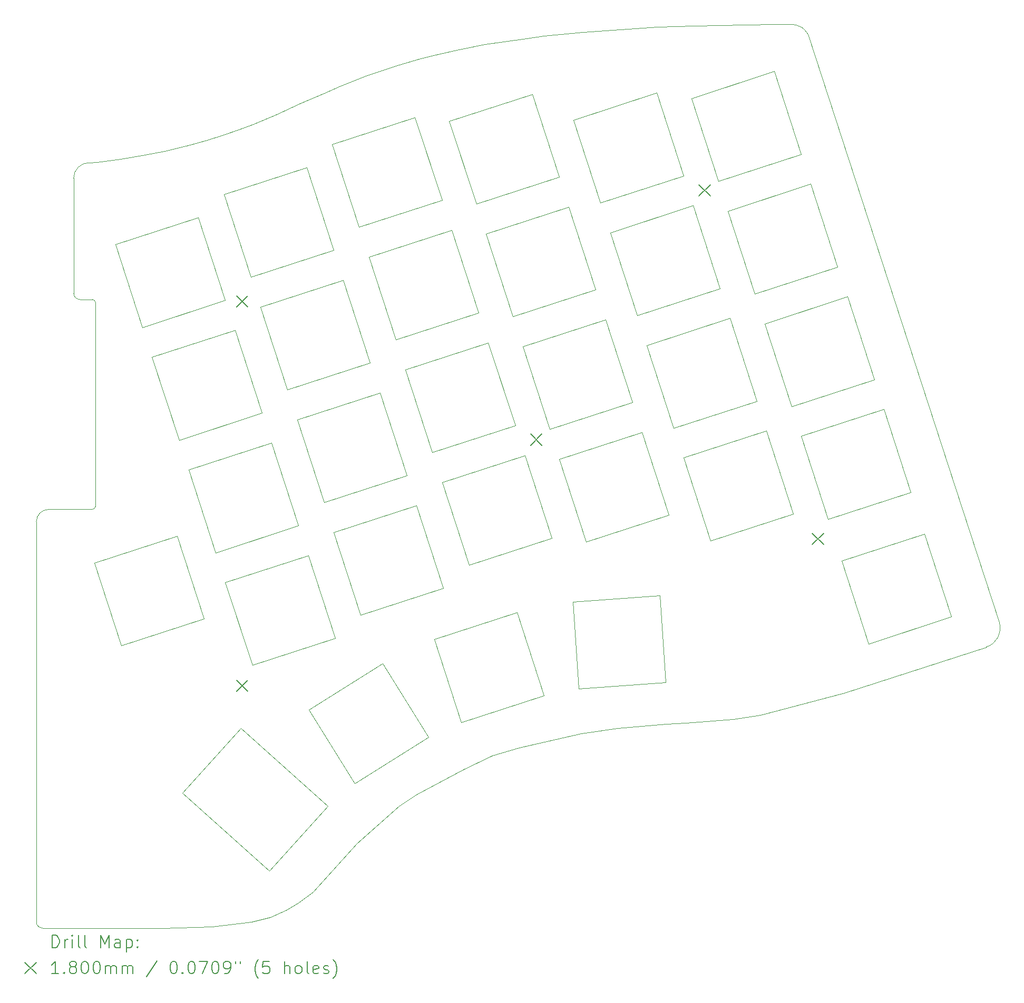
<source format=gbr>
%FSLAX45Y45*%
G04 Gerber Fmt 4.5, Leading zero omitted, Abs format (unit mm)*
G04 Created by KiCad (PCBNEW (6.0.2-0)) date 2022-03-11 16:48:06*
%MOMM*%
%LPD*%
G01*
G04 APERTURE LIST*
%TA.AperFunction,Profile*%
%ADD10C,0.050000*%
%TD*%
%TA.AperFunction,Profile*%
%ADD11C,0.099999*%
%TD*%
%TA.AperFunction,Profile*%
%ADD12C,0.100000*%
%TD*%
%ADD13C,0.200000*%
%ADD14C,0.180000*%
G04 APERTURE END LIST*
D10*
X15109809Y-16313346D02*
G75*
G03*
X15209809Y-16413346I100000J0D01*
G01*
X16009809Y-9680941D02*
X15309809Y-9680941D01*
X16009809Y-9680941D02*
G75*
G03*
X16059809Y-9630941I0J50000D01*
G01*
X16059809Y-6355941D02*
X16059809Y-9630941D01*
X16059809Y-6355941D02*
G75*
G03*
X16009809Y-6305941I-50000J0D01*
G01*
X15809809Y-6305941D02*
X16009809Y-6305941D01*
X15709809Y-6205941D02*
X15709809Y-4355941D01*
X15709809Y-6205941D02*
G75*
G03*
X15809809Y-6305941I100000J0D01*
G01*
X15109809Y-9880941D02*
X15109809Y-16313346D01*
X15309809Y-9680941D02*
G75*
G03*
X15109809Y-9880941I0J-200000D01*
G01*
X15959809Y-4105941D02*
G75*
G03*
X15709809Y-4355941I0J-250000D01*
G01*
X17458326Y-14240368D02*
X18395109Y-13199965D01*
X18852652Y-15495824D02*
X17458326Y-14240368D01*
X19789434Y-14455421D02*
X18852652Y-15495824D01*
X18395109Y-13199965D02*
X19789434Y-14455421D01*
X20226037Y-14086627D02*
X19484150Y-12899360D01*
X21413304Y-13344740D02*
X20226037Y-14086627D01*
X20671417Y-12157473D02*
X21413304Y-13344740D01*
X19484150Y-12899360D02*
X20671417Y-12157473D01*
X23823860Y-12561503D02*
X23726201Y-11164913D01*
X25220450Y-12463844D02*
X23823860Y-12561503D01*
X25122791Y-11067254D02*
X25220450Y-12463844D01*
X23726201Y-11164913D02*
X25122791Y-11067254D01*
X29812651Y-11408512D02*
X29380028Y-10077032D01*
X28048548Y-10509656D02*
X28481172Y-11841135D01*
X28481172Y-11841135D02*
X29812651Y-11408512D01*
X29380028Y-10077032D02*
X28048548Y-10509656D01*
X23262983Y-12671253D02*
X22830359Y-11339774D01*
X21498880Y-11772398D02*
X21931504Y-13103877D01*
X21931504Y-13103877D02*
X23262983Y-12671253D01*
X22830359Y-11339774D02*
X21498880Y-11772398D01*
X17803877Y-11437800D02*
X17371253Y-10106321D01*
X16039774Y-10538945D02*
X16472398Y-11870424D01*
X16472398Y-11870424D02*
X17803877Y-11437800D01*
X17371253Y-10106321D02*
X16039774Y-10538945D01*
X21471913Y-8763737D02*
X22803392Y-8331113D01*
X19909978Y-11755004D02*
X19477355Y-10423525D01*
X18145876Y-10856149D02*
X18578499Y-12187628D01*
X27829480Y-9836190D02*
X29160959Y-9403566D01*
X28728335Y-8072087D02*
X27396856Y-8504711D01*
X18578499Y-12187628D02*
X19909978Y-11755004D01*
X27396856Y-8504711D02*
X27829480Y-9836190D01*
X29160959Y-9403566D02*
X28728335Y-8072087D01*
X19477355Y-10423525D02*
X18145876Y-10856149D01*
X25274473Y-9771610D02*
X24841849Y-8440131D01*
X23510370Y-8872755D02*
X23942994Y-10204234D01*
X23942994Y-10204234D02*
X25274473Y-9771610D01*
X24841849Y-8440131D02*
X23510370Y-8872755D01*
X25939227Y-10183299D02*
X27270706Y-9750676D01*
X27270706Y-9750676D02*
X26838083Y-8419196D01*
X25506603Y-8851820D02*
X25939227Y-10183299D01*
X26838083Y-8419196D02*
X25506603Y-8851820D01*
X23392069Y-10142876D02*
X22959445Y-8811397D01*
X21627966Y-9244021D02*
X22060590Y-10575500D01*
X20319468Y-11381589D02*
X21650947Y-10948965D01*
X22060590Y-10575500D02*
X23392069Y-10142876D01*
X22959445Y-8811397D02*
X21627966Y-9244021D01*
X21650947Y-10948965D02*
X21218324Y-9617486D01*
X19886845Y-10050110D02*
X20319468Y-11381589D01*
X21218324Y-9617486D02*
X19886845Y-10050110D01*
X19321301Y-9943242D02*
X18888678Y-8611763D01*
X17557198Y-9044387D02*
X17989822Y-10375866D01*
X27240803Y-8024428D02*
X28572282Y-7591804D01*
X28139658Y-6260324D02*
X26808179Y-6692948D01*
X17989822Y-10375866D02*
X19321301Y-9943242D01*
X26808179Y-6692948D02*
X27240803Y-8024428D01*
X28572282Y-7591804D02*
X28139658Y-6260324D01*
X18888678Y-8611763D02*
X17557198Y-9044387D01*
X24685795Y-7959847D02*
X24253172Y-6628368D01*
X22921693Y-7060992D02*
X23354316Y-8392471D01*
X23354316Y-8392471D02*
X24685795Y-7959847D01*
X24253172Y-6628368D02*
X22921693Y-7060992D01*
X25350550Y-8371537D02*
X26682029Y-7938913D01*
X26682029Y-7938913D02*
X26249405Y-6607434D01*
X24917926Y-7040058D02*
X25350550Y-8371537D01*
X26249405Y-6607434D02*
X24917926Y-7040058D01*
X22803392Y-8331113D02*
X22370768Y-6999634D01*
X21039289Y-7432258D02*
X21471913Y-8763737D01*
X19730791Y-9569826D02*
X21062270Y-9137202D01*
X22370768Y-6999634D02*
X21039289Y-7432258D01*
X21062270Y-9137202D02*
X20629647Y-7805723D01*
X19298167Y-8238347D02*
X19730791Y-9569826D01*
X20629647Y-7805723D02*
X19298167Y-8238347D01*
X18732624Y-8131479D02*
X18300000Y-6799999D01*
X16968521Y-7232623D02*
X17401145Y-8564103D01*
X26652125Y-6212665D02*
X27983604Y-5780041D01*
X27550981Y-4448561D02*
X26219502Y-4881185D01*
X17401145Y-8564103D02*
X18732624Y-8131479D01*
X26219502Y-4881185D02*
X26652125Y-6212665D01*
X27983604Y-5780041D02*
X27550981Y-4448561D01*
X18300000Y-6799999D02*
X16968521Y-7232623D01*
X24097118Y-6148084D02*
X23664494Y-4816605D01*
X22333015Y-5249229D02*
X22765639Y-6580708D01*
X22765639Y-6580708D02*
X24097118Y-6148084D01*
X23664494Y-4816605D02*
X22333015Y-5249229D01*
X24761872Y-6559774D02*
X26093352Y-6127150D01*
X26093352Y-6127150D02*
X25660728Y-4795671D01*
X24329249Y-5228295D02*
X24761872Y-6559774D01*
X25660728Y-4795671D02*
X24329249Y-5228295D01*
X22214714Y-6519350D02*
X21782091Y-5187871D01*
X20450611Y-5620495D02*
X20883235Y-6951974D01*
X19142114Y-7758063D02*
X20473593Y-7325439D01*
X20883235Y-6951974D02*
X22214714Y-6519350D01*
X21782091Y-5187871D02*
X20450611Y-5620495D01*
X20473593Y-7325439D02*
X20040969Y-5993960D01*
X18709490Y-6426584D02*
X19142114Y-7758063D01*
X20040969Y-5993960D02*
X18709490Y-6426584D01*
X27394927Y-3968278D02*
X26962303Y-2636799D01*
X25630824Y-3069423D02*
X26063448Y-4400902D01*
X26063448Y-4400902D02*
X27394927Y-3968278D01*
X26962303Y-2636799D02*
X25630824Y-3069423D01*
X25504674Y-4315388D02*
X25072051Y-2983908D01*
X23740571Y-3416532D02*
X24173195Y-4748012D01*
X24173195Y-4748012D02*
X25504674Y-4315388D01*
X25072051Y-2983908D02*
X23740571Y-3416532D01*
X23508441Y-4336322D02*
X23075817Y-3004843D01*
X21744338Y-3437467D02*
X22176962Y-4768946D01*
X22176962Y-4768946D02*
X23508441Y-4336322D01*
X23075817Y-3004843D02*
X21744338Y-3437467D01*
X21626037Y-4707588D02*
X21193413Y-3376109D01*
X19861934Y-3808733D02*
X20294558Y-5140212D01*
X20294558Y-5140212D02*
X21626037Y-4707588D01*
X21193413Y-3376109D02*
X19861934Y-3808733D01*
X19884915Y-5513677D02*
X19452292Y-4182198D01*
X18120813Y-4614822D02*
X18553436Y-5946301D01*
X18553436Y-5946301D02*
X19884915Y-5513677D01*
X19452292Y-4182198D02*
X18120813Y-4614822D01*
X18143946Y-6319716D02*
X17711323Y-4988237D01*
X16812467Y-6752340D02*
X18143946Y-6319716D01*
X16379843Y-5420861D02*
X16812467Y-6752340D01*
X17711323Y-4988237D02*
X16379843Y-5420861D01*
D11*
X22318700Y-2205274D02*
X22621899Y-2156030D01*
X21284980Y-2433806D02*
X21561866Y-2360110D01*
X25091619Y-1925676D02*
X25675424Y-1904268D01*
X20192457Y-2791580D02*
X20405419Y-2707520D01*
X21902210Y-2284088D02*
X22318700Y-2205274D01*
X21561866Y-2360110D02*
X21902210Y-2284088D01*
X22621899Y-2156030D02*
X22988558Y-2104460D01*
X16084694Y-4098682D02*
X16464044Y-4046646D01*
D12*
X20258908Y-15051848D02*
X19552515Y-15830362D01*
D11*
X19130877Y-16117383D02*
X19328851Y-16000349D01*
X20405419Y-2707520D02*
X20907494Y-2536607D01*
D12*
X29900232Y-12047113D02*
X30372964Y-11893513D01*
D11*
X27313875Y-1889626D02*
X27354515Y-1904867D01*
X16855617Y-3981453D02*
X17171043Y-3919053D01*
D12*
X29871785Y-9314477D02*
X30580112Y-11494482D01*
D11*
X18591218Y-3485722D02*
X18954151Y-3332620D01*
X27481517Y-2006466D02*
X27501832Y-2036946D01*
X26983579Y-1881718D02*
X27252916Y-1879466D01*
X20258908Y-15051848D02*
X20563710Y-14780070D01*
D12*
X17115775Y-16413346D02*
X16226775Y-16413346D01*
D11*
X21973408Y-13858050D02*
X21219029Y-14266990D01*
X18561915Y-16312962D02*
X18866717Y-16236763D01*
X17171043Y-3919053D02*
X17548995Y-3828943D01*
X20934550Y-14449869D02*
X21219029Y-14266990D01*
D12*
X28088469Y-12635791D02*
X29900232Y-12047113D01*
X25542128Y-13111681D02*
X26300128Y-13055681D01*
D11*
X18089609Y-3669326D02*
X18365562Y-3570247D01*
D12*
X30372964Y-11893513D02*
G75*
G03*
X30580112Y-11494482I-92245J301170D01*
G01*
X17928575Y-16387946D02*
X17115775Y-16413346D01*
D11*
X27395155Y-1925186D02*
X27430717Y-1950586D01*
X20563710Y-14780070D02*
X20934550Y-14449869D01*
X22988558Y-2104460D02*
X23266840Y-2068838D01*
D12*
X16226775Y-16413346D02*
X15209809Y-16413346D01*
D11*
X27252916Y-1879466D02*
X27313875Y-1889626D01*
X23865709Y-13286550D02*
X22862471Y-13515415D01*
X19729387Y-2986480D02*
X19979494Y-2875641D01*
X23887325Y-2007960D02*
X24495586Y-1960239D01*
D12*
X26300128Y-13055681D02*
X26742269Y-12991390D01*
D11*
X19354228Y-3152739D02*
X19729387Y-2986480D01*
X17850798Y-3741625D02*
X18089609Y-3669326D01*
X24495586Y-1960239D02*
X25091619Y-1925676D01*
D12*
X27517076Y-2067426D02*
X29871785Y-9314477D01*
D11*
X16464044Y-4046646D02*
X16855617Y-3981453D01*
X17548995Y-3828943D02*
X17850798Y-3741625D01*
X27354515Y-1904867D02*
X27395155Y-1925186D01*
X18866717Y-16236763D02*
X19130877Y-16117383D01*
X15959809Y-4105941D02*
X16084694Y-4098682D01*
X20907494Y-2536607D02*
X21284980Y-2433806D01*
D12*
X26742269Y-12991390D02*
X28088469Y-12635791D01*
D11*
X18365562Y-3570247D02*
X18591218Y-3485722D01*
X27456114Y-1975987D02*
X27481517Y-2006466D01*
X19328851Y-16000349D02*
X19552515Y-15830362D01*
X23266840Y-2068838D02*
X23887325Y-2007960D01*
X18954151Y-3332620D02*
X19354228Y-3152739D01*
X25224611Y-13134150D02*
X24449928Y-13197881D01*
X24449928Y-13197881D02*
X23865709Y-13286550D01*
X26488143Y-1887176D02*
X26983579Y-1881718D01*
X25224611Y-13134150D02*
X25542128Y-13111681D01*
X21973408Y-13858050D02*
X22430610Y-13642150D01*
X27501832Y-2036946D02*
X27517076Y-2067426D01*
X19979494Y-2875641D02*
X20192457Y-2791580D01*
D12*
X18561915Y-16312962D02*
X17928575Y-16387946D01*
D11*
X22430610Y-13642150D02*
X22862471Y-13515415D01*
X25675424Y-1904268D02*
X26488143Y-1887176D01*
X27430717Y-1950586D02*
X27456114Y-1975987D01*
D13*
D14*
X18325850Y-6249959D02*
X18505850Y-6429959D01*
X18505850Y-6249959D02*
X18325850Y-6429959D01*
X18329176Y-12424905D02*
X18509176Y-12604905D01*
X18509176Y-12424905D02*
X18329176Y-12604905D01*
X23053145Y-8469660D02*
X23233145Y-8649660D01*
X23233145Y-8469660D02*
X23053145Y-8649660D01*
X25757371Y-4462993D02*
X25937371Y-4642993D01*
X25937371Y-4462993D02*
X25757371Y-4642993D01*
X27577365Y-10064359D02*
X27757365Y-10244359D01*
X27757365Y-10064359D02*
X27577365Y-10244359D01*
D13*
X15364928Y-16728822D02*
X15364928Y-16528822D01*
X15412547Y-16528822D01*
X15441118Y-16538346D01*
X15460166Y-16557394D01*
X15469689Y-16576441D01*
X15479213Y-16614537D01*
X15479213Y-16643108D01*
X15469689Y-16681203D01*
X15460166Y-16700251D01*
X15441118Y-16719298D01*
X15412547Y-16728822D01*
X15364928Y-16728822D01*
X15564928Y-16728822D02*
X15564928Y-16595489D01*
X15564928Y-16633584D02*
X15574451Y-16614537D01*
X15583975Y-16605013D01*
X15603023Y-16595489D01*
X15622070Y-16595489D01*
X15688737Y-16728822D02*
X15688737Y-16595489D01*
X15688737Y-16528822D02*
X15679213Y-16538346D01*
X15688737Y-16547870D01*
X15698261Y-16538346D01*
X15688737Y-16528822D01*
X15688737Y-16547870D01*
X15812547Y-16728822D02*
X15793499Y-16719298D01*
X15783975Y-16700251D01*
X15783975Y-16528822D01*
X15917309Y-16728822D02*
X15898261Y-16719298D01*
X15888737Y-16700251D01*
X15888737Y-16528822D01*
X16145880Y-16728822D02*
X16145880Y-16528822D01*
X16212547Y-16671679D01*
X16279213Y-16528822D01*
X16279213Y-16728822D01*
X16460166Y-16728822D02*
X16460166Y-16624060D01*
X16450642Y-16605013D01*
X16431594Y-16595489D01*
X16393499Y-16595489D01*
X16374451Y-16605013D01*
X16460166Y-16719298D02*
X16441118Y-16728822D01*
X16393499Y-16728822D01*
X16374451Y-16719298D01*
X16364928Y-16700251D01*
X16364928Y-16681203D01*
X16374451Y-16662156D01*
X16393499Y-16652632D01*
X16441118Y-16652632D01*
X16460166Y-16643108D01*
X16555404Y-16595489D02*
X16555404Y-16795489D01*
X16555404Y-16605013D02*
X16574451Y-16595489D01*
X16612547Y-16595489D01*
X16631594Y-16605013D01*
X16641118Y-16614537D01*
X16650642Y-16633584D01*
X16650642Y-16690727D01*
X16641118Y-16709775D01*
X16631594Y-16719298D01*
X16612547Y-16728822D01*
X16574451Y-16728822D01*
X16555404Y-16719298D01*
X16736356Y-16709775D02*
X16745880Y-16719298D01*
X16736356Y-16728822D01*
X16726832Y-16719298D01*
X16736356Y-16709775D01*
X16736356Y-16728822D01*
X16736356Y-16605013D02*
X16745880Y-16614537D01*
X16736356Y-16624060D01*
X16726832Y-16614537D01*
X16736356Y-16605013D01*
X16736356Y-16624060D01*
D14*
X14927309Y-16968346D02*
X15107309Y-17148346D01*
X15107309Y-16968346D02*
X14927309Y-17148346D01*
D13*
X15469689Y-17148822D02*
X15355404Y-17148822D01*
X15412547Y-17148822D02*
X15412547Y-16948822D01*
X15393499Y-16977394D01*
X15374451Y-16996441D01*
X15355404Y-17005965D01*
X15555404Y-17129775D02*
X15564928Y-17139299D01*
X15555404Y-17148822D01*
X15545880Y-17139299D01*
X15555404Y-17129775D01*
X15555404Y-17148822D01*
X15679213Y-17034537D02*
X15660166Y-17025013D01*
X15650642Y-17015489D01*
X15641118Y-16996441D01*
X15641118Y-16986918D01*
X15650642Y-16967870D01*
X15660166Y-16958346D01*
X15679213Y-16948822D01*
X15717309Y-16948822D01*
X15736356Y-16958346D01*
X15745880Y-16967870D01*
X15755404Y-16986918D01*
X15755404Y-16996441D01*
X15745880Y-17015489D01*
X15736356Y-17025013D01*
X15717309Y-17034537D01*
X15679213Y-17034537D01*
X15660166Y-17044060D01*
X15650642Y-17053584D01*
X15641118Y-17072632D01*
X15641118Y-17110727D01*
X15650642Y-17129775D01*
X15660166Y-17139299D01*
X15679213Y-17148822D01*
X15717309Y-17148822D01*
X15736356Y-17139299D01*
X15745880Y-17129775D01*
X15755404Y-17110727D01*
X15755404Y-17072632D01*
X15745880Y-17053584D01*
X15736356Y-17044060D01*
X15717309Y-17034537D01*
X15879213Y-16948822D02*
X15898261Y-16948822D01*
X15917309Y-16958346D01*
X15926832Y-16967870D01*
X15936356Y-16986918D01*
X15945880Y-17025013D01*
X15945880Y-17072632D01*
X15936356Y-17110727D01*
X15926832Y-17129775D01*
X15917309Y-17139299D01*
X15898261Y-17148822D01*
X15879213Y-17148822D01*
X15860166Y-17139299D01*
X15850642Y-17129775D01*
X15841118Y-17110727D01*
X15831594Y-17072632D01*
X15831594Y-17025013D01*
X15841118Y-16986918D01*
X15850642Y-16967870D01*
X15860166Y-16958346D01*
X15879213Y-16948822D01*
X16069689Y-16948822D02*
X16088737Y-16948822D01*
X16107785Y-16958346D01*
X16117309Y-16967870D01*
X16126832Y-16986918D01*
X16136356Y-17025013D01*
X16136356Y-17072632D01*
X16126832Y-17110727D01*
X16117309Y-17129775D01*
X16107785Y-17139299D01*
X16088737Y-17148822D01*
X16069689Y-17148822D01*
X16050642Y-17139299D01*
X16041118Y-17129775D01*
X16031594Y-17110727D01*
X16022070Y-17072632D01*
X16022070Y-17025013D01*
X16031594Y-16986918D01*
X16041118Y-16967870D01*
X16050642Y-16958346D01*
X16069689Y-16948822D01*
X16222070Y-17148822D02*
X16222070Y-17015489D01*
X16222070Y-17034537D02*
X16231594Y-17025013D01*
X16250642Y-17015489D01*
X16279213Y-17015489D01*
X16298261Y-17025013D01*
X16307785Y-17044060D01*
X16307785Y-17148822D01*
X16307785Y-17044060D02*
X16317309Y-17025013D01*
X16336356Y-17015489D01*
X16364928Y-17015489D01*
X16383975Y-17025013D01*
X16393499Y-17044060D01*
X16393499Y-17148822D01*
X16488737Y-17148822D02*
X16488737Y-17015489D01*
X16488737Y-17034537D02*
X16498261Y-17025013D01*
X16517309Y-17015489D01*
X16545880Y-17015489D01*
X16564928Y-17025013D01*
X16574451Y-17044060D01*
X16574451Y-17148822D01*
X16574451Y-17044060D02*
X16583975Y-17025013D01*
X16603023Y-17015489D01*
X16631594Y-17015489D01*
X16650642Y-17025013D01*
X16660166Y-17044060D01*
X16660166Y-17148822D01*
X17050642Y-16939299D02*
X16879213Y-17196441D01*
X17307785Y-16948822D02*
X17326832Y-16948822D01*
X17345880Y-16958346D01*
X17355404Y-16967870D01*
X17364928Y-16986918D01*
X17374451Y-17025013D01*
X17374451Y-17072632D01*
X17364928Y-17110727D01*
X17355404Y-17129775D01*
X17345880Y-17139299D01*
X17326832Y-17148822D01*
X17307785Y-17148822D01*
X17288737Y-17139299D01*
X17279213Y-17129775D01*
X17269690Y-17110727D01*
X17260166Y-17072632D01*
X17260166Y-17025013D01*
X17269690Y-16986918D01*
X17279213Y-16967870D01*
X17288737Y-16958346D01*
X17307785Y-16948822D01*
X17460166Y-17129775D02*
X17469690Y-17139299D01*
X17460166Y-17148822D01*
X17450642Y-17139299D01*
X17460166Y-17129775D01*
X17460166Y-17148822D01*
X17593499Y-16948822D02*
X17612547Y-16948822D01*
X17631594Y-16958346D01*
X17641118Y-16967870D01*
X17650642Y-16986918D01*
X17660166Y-17025013D01*
X17660166Y-17072632D01*
X17650642Y-17110727D01*
X17641118Y-17129775D01*
X17631594Y-17139299D01*
X17612547Y-17148822D01*
X17593499Y-17148822D01*
X17574451Y-17139299D01*
X17564928Y-17129775D01*
X17555404Y-17110727D01*
X17545880Y-17072632D01*
X17545880Y-17025013D01*
X17555404Y-16986918D01*
X17564928Y-16967870D01*
X17574451Y-16958346D01*
X17593499Y-16948822D01*
X17726832Y-16948822D02*
X17860166Y-16948822D01*
X17774451Y-17148822D01*
X17974451Y-16948822D02*
X17993499Y-16948822D01*
X18012547Y-16958346D01*
X18022071Y-16967870D01*
X18031594Y-16986918D01*
X18041118Y-17025013D01*
X18041118Y-17072632D01*
X18031594Y-17110727D01*
X18022071Y-17129775D01*
X18012547Y-17139299D01*
X17993499Y-17148822D01*
X17974451Y-17148822D01*
X17955404Y-17139299D01*
X17945880Y-17129775D01*
X17936356Y-17110727D01*
X17926832Y-17072632D01*
X17926832Y-17025013D01*
X17936356Y-16986918D01*
X17945880Y-16967870D01*
X17955404Y-16958346D01*
X17974451Y-16948822D01*
X18136356Y-17148822D02*
X18174451Y-17148822D01*
X18193499Y-17139299D01*
X18203023Y-17129775D01*
X18222071Y-17101203D01*
X18231594Y-17063108D01*
X18231594Y-16986918D01*
X18222071Y-16967870D01*
X18212547Y-16958346D01*
X18193499Y-16948822D01*
X18155404Y-16948822D01*
X18136356Y-16958346D01*
X18126832Y-16967870D01*
X18117309Y-16986918D01*
X18117309Y-17034537D01*
X18126832Y-17053584D01*
X18136356Y-17063108D01*
X18155404Y-17072632D01*
X18193499Y-17072632D01*
X18212547Y-17063108D01*
X18222071Y-17053584D01*
X18231594Y-17034537D01*
X18307785Y-16948822D02*
X18307785Y-16986918D01*
X18383975Y-16948822D02*
X18383975Y-16986918D01*
X18679213Y-17225013D02*
X18669690Y-17215489D01*
X18650642Y-17186918D01*
X18641118Y-17167870D01*
X18631594Y-17139299D01*
X18622071Y-17091680D01*
X18622071Y-17053584D01*
X18631594Y-17005965D01*
X18641118Y-16977394D01*
X18650642Y-16958346D01*
X18669690Y-16929775D01*
X18679213Y-16920251D01*
X18850642Y-16948822D02*
X18755404Y-16948822D01*
X18745880Y-17044060D01*
X18755404Y-17034537D01*
X18774451Y-17025013D01*
X18822071Y-17025013D01*
X18841118Y-17034537D01*
X18850642Y-17044060D01*
X18860166Y-17063108D01*
X18860166Y-17110727D01*
X18850642Y-17129775D01*
X18841118Y-17139299D01*
X18822071Y-17148822D01*
X18774451Y-17148822D01*
X18755404Y-17139299D01*
X18745880Y-17129775D01*
X19098261Y-17148822D02*
X19098261Y-16948822D01*
X19183975Y-17148822D02*
X19183975Y-17044060D01*
X19174451Y-17025013D01*
X19155404Y-17015489D01*
X19126832Y-17015489D01*
X19107785Y-17025013D01*
X19098261Y-17034537D01*
X19307785Y-17148822D02*
X19288737Y-17139299D01*
X19279213Y-17129775D01*
X19269690Y-17110727D01*
X19269690Y-17053584D01*
X19279213Y-17034537D01*
X19288737Y-17025013D01*
X19307785Y-17015489D01*
X19336356Y-17015489D01*
X19355404Y-17025013D01*
X19364928Y-17034537D01*
X19374451Y-17053584D01*
X19374451Y-17110727D01*
X19364928Y-17129775D01*
X19355404Y-17139299D01*
X19336356Y-17148822D01*
X19307785Y-17148822D01*
X19488737Y-17148822D02*
X19469690Y-17139299D01*
X19460166Y-17120251D01*
X19460166Y-16948822D01*
X19641118Y-17139299D02*
X19622071Y-17148822D01*
X19583975Y-17148822D01*
X19564928Y-17139299D01*
X19555404Y-17120251D01*
X19555404Y-17044060D01*
X19564928Y-17025013D01*
X19583975Y-17015489D01*
X19622071Y-17015489D01*
X19641118Y-17025013D01*
X19650642Y-17044060D01*
X19650642Y-17063108D01*
X19555404Y-17082156D01*
X19726832Y-17139299D02*
X19745880Y-17148822D01*
X19783975Y-17148822D01*
X19803023Y-17139299D01*
X19812547Y-17120251D01*
X19812547Y-17110727D01*
X19803023Y-17091680D01*
X19783975Y-17082156D01*
X19755404Y-17082156D01*
X19736356Y-17072632D01*
X19726832Y-17053584D01*
X19726832Y-17044060D01*
X19736356Y-17025013D01*
X19755404Y-17015489D01*
X19783975Y-17015489D01*
X19803023Y-17025013D01*
X19879213Y-17225013D02*
X19888737Y-17215489D01*
X19907785Y-17186918D01*
X19917309Y-17167870D01*
X19926832Y-17139299D01*
X19936356Y-17091680D01*
X19936356Y-17053584D01*
X19926832Y-17005965D01*
X19917309Y-16977394D01*
X19907785Y-16958346D01*
X19888737Y-16929775D01*
X19879213Y-16920251D01*
M02*

</source>
